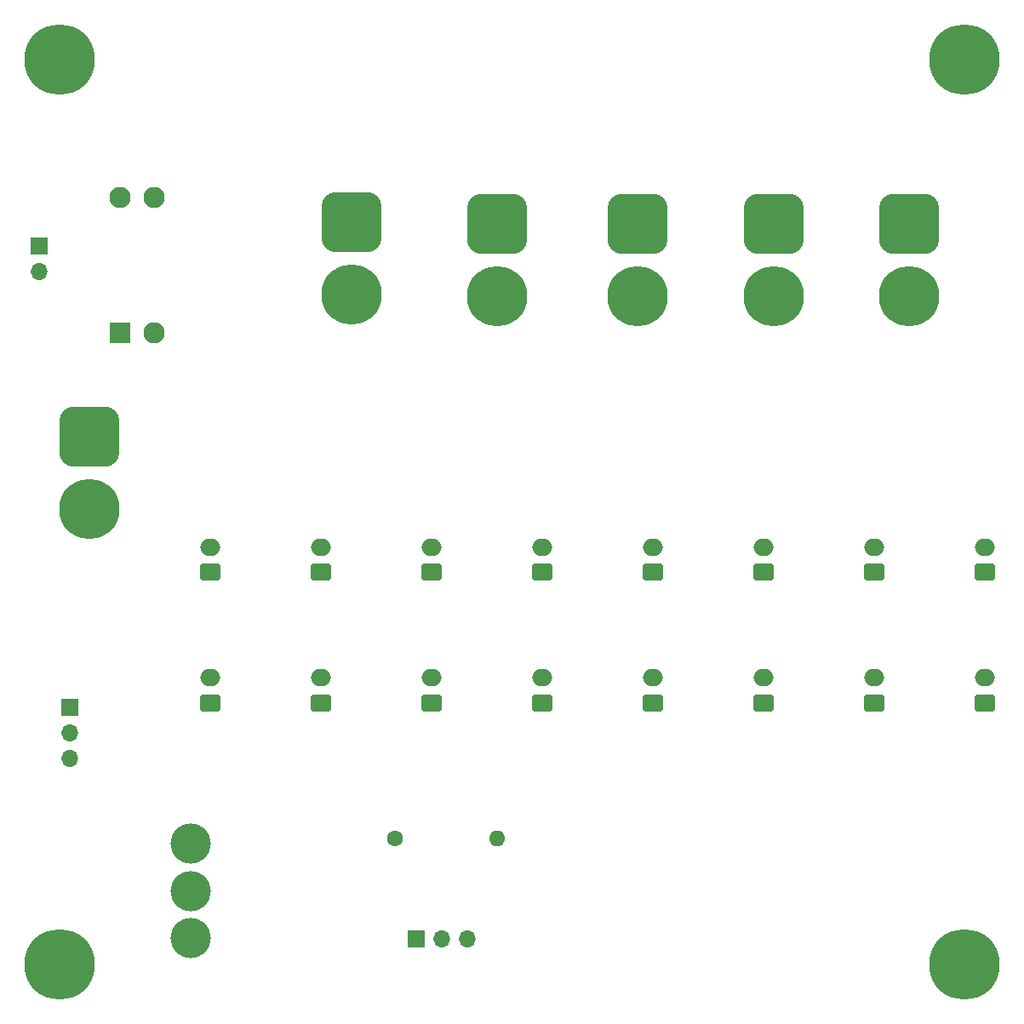
<source format=gbr>
%TF.GenerationSoftware,KiCad,Pcbnew,8.0.4*%
%TF.CreationDate,2024-09-14T11:07:00+09:00*%
%TF.ProjectId,power_supply,706f7765-725f-4737-9570-706c792e6b69,rev?*%
%TF.SameCoordinates,Original*%
%TF.FileFunction,Soldermask,Top*%
%TF.FilePolarity,Negative*%
%FSLAX46Y46*%
G04 Gerber Fmt 4.6, Leading zero omitted, Abs format (unit mm)*
G04 Created by KiCad (PCBNEW 8.0.4) date 2024-09-14 11:07:00*
%MOMM*%
%LPD*%
G01*
G04 APERTURE LIST*
G04 Aperture macros list*
%AMRoundRect*
0 Rectangle with rounded corners*
0 $1 Rounding radius*
0 $2 $3 $4 $5 $6 $7 $8 $9 X,Y pos of 4 corners*
0 Add a 4 corners polygon primitive as box body*
4,1,4,$2,$3,$4,$5,$6,$7,$8,$9,$2,$3,0*
0 Add four circle primitives for the rounded corners*
1,1,$1+$1,$2,$3*
1,1,$1+$1,$4,$5*
1,1,$1+$1,$6,$7*
1,1,$1+$1,$8,$9*
0 Add four rect primitives between the rounded corners*
20,1,$1+$1,$2,$3,$4,$5,0*
20,1,$1+$1,$4,$5,$6,$7,0*
20,1,$1+$1,$6,$7,$8,$9,0*
20,1,$1+$1,$8,$9,$2,$3,0*%
G04 Aperture macros list end*
%ADD10RoundRect,1.500000X-1.500000X1.500000X-1.500000X-1.500000X1.500000X-1.500000X1.500000X1.500000X0*%
%ADD11C,6.000000*%
%ADD12RoundRect,0.250000X0.750000X-0.600000X0.750000X0.600000X-0.750000X0.600000X-0.750000X-0.600000X0*%
%ADD13O,2.000000X1.700000*%
%ADD14C,7.000000*%
%ADD15C,4.000000*%
%ADD16R,1.700000X1.700000*%
%ADD17O,1.700000X1.700000*%
%ADD18C,1.600000*%
%ADD19O,1.600000X1.600000*%
%ADD20R,2.108200X2.108200*%
%ADD21C,2.108200*%
G04 APERTURE END LIST*
D10*
%TO.C,J22*%
X46033156Y-33179045D03*
D11*
X46033156Y-40379045D03*
%TD*%
D12*
%TO.C,J8*%
X54000000Y-68000000D03*
D13*
X54000000Y-65500000D03*
%TD*%
D14*
%TO.C,REF\u002A\u002A*%
X107000000Y-17000000D03*
%TD*%
%TO.C,REF\u002A\u002A*%
X107000000Y-107000000D03*
%TD*%
D11*
%TO.C,J21*%
X20000000Y-61700000D03*
D10*
X20000000Y-54500000D03*
%TD*%
D12*
%TO.C,J6*%
X32000000Y-68000000D03*
D13*
X32000000Y-65500000D03*
%TD*%
D10*
%TO.C,J1*%
X60500000Y-33300000D03*
D11*
X60500000Y-40500000D03*
%TD*%
D12*
%TO.C,J7*%
X43000000Y-68000000D03*
D13*
X43000000Y-65500000D03*
%TD*%
%TO.C,J18*%
X87000000Y-78500000D03*
D12*
X87000000Y-81000000D03*
%TD*%
D14*
%TO.C,REF\u002A\u002A*%
X17000000Y-17000000D03*
%TD*%
D15*
%TO.C,U4*%
X30000000Y-95000000D03*
X30000000Y-99700000D03*
X30000000Y-104400000D03*
%TD*%
D16*
%TO.C,U1*%
X18000000Y-81460000D03*
D17*
X18000000Y-84000000D03*
X18000000Y-86540000D03*
%TD*%
D13*
%TO.C,J15*%
X54000000Y-78500000D03*
D12*
X54000000Y-81000000D03*
%TD*%
D13*
%TO.C,J19*%
X98000000Y-78500000D03*
D12*
X98000000Y-81000000D03*
%TD*%
D18*
%TO.C,R1*%
X50340000Y-94500000D03*
D19*
X60500000Y-94500000D03*
%TD*%
D13*
%TO.C,J16*%
X65000000Y-78500000D03*
D12*
X65000000Y-81000000D03*
%TD*%
%TO.C,J20*%
X109000000Y-81000000D03*
D13*
X109000000Y-78500000D03*
%TD*%
D10*
%TO.C,J3*%
X74500000Y-33300000D03*
D11*
X74500000Y-40500000D03*
%TD*%
D12*
%TO.C,J10*%
X76000000Y-68000000D03*
D13*
X76000000Y-65500000D03*
%TD*%
%TO.C,J17*%
X76000000Y-78500000D03*
D12*
X76000000Y-81000000D03*
%TD*%
D13*
%TO.C,J2*%
X32000000Y-78500000D03*
D12*
X32000000Y-81000000D03*
%TD*%
D16*
%TO.C,U5*%
X52500000Y-104500000D03*
D17*
X55040000Y-104500000D03*
X57580000Y-104500000D03*
%TD*%
D12*
%TO.C,J9*%
X65000000Y-68000000D03*
D13*
X65000000Y-65500000D03*
%TD*%
D10*
%TO.C,J4*%
X88000000Y-33300000D03*
D11*
X88000000Y-40500000D03*
%TD*%
D10*
%TO.C,J5*%
X101500000Y-33300000D03*
D11*
X101500000Y-40500000D03*
%TD*%
D20*
%TO.C,U3*%
X23033156Y-44179045D03*
D21*
X26436756Y-44179045D03*
X26436756Y-30717045D03*
X23033156Y-30717045D03*
%TD*%
D14*
%TO.C,REF\u002A\u002A*%
X17000000Y-107000000D03*
%TD*%
D13*
%TO.C,J13*%
X109000000Y-65500000D03*
D12*
X109000000Y-68000000D03*
%TD*%
D13*
%TO.C,J14*%
X43000000Y-78500000D03*
D12*
X43000000Y-81000000D03*
%TD*%
%TO.C,J12*%
X98000000Y-68000000D03*
D13*
X98000000Y-65500000D03*
%TD*%
D16*
%TO.C,C1*%
X15000000Y-35500000D03*
D17*
X15000000Y-38040000D03*
%TD*%
D12*
%TO.C,J11*%
X87000000Y-68000000D03*
D13*
X87000000Y-65500000D03*
%TD*%
M02*

</source>
